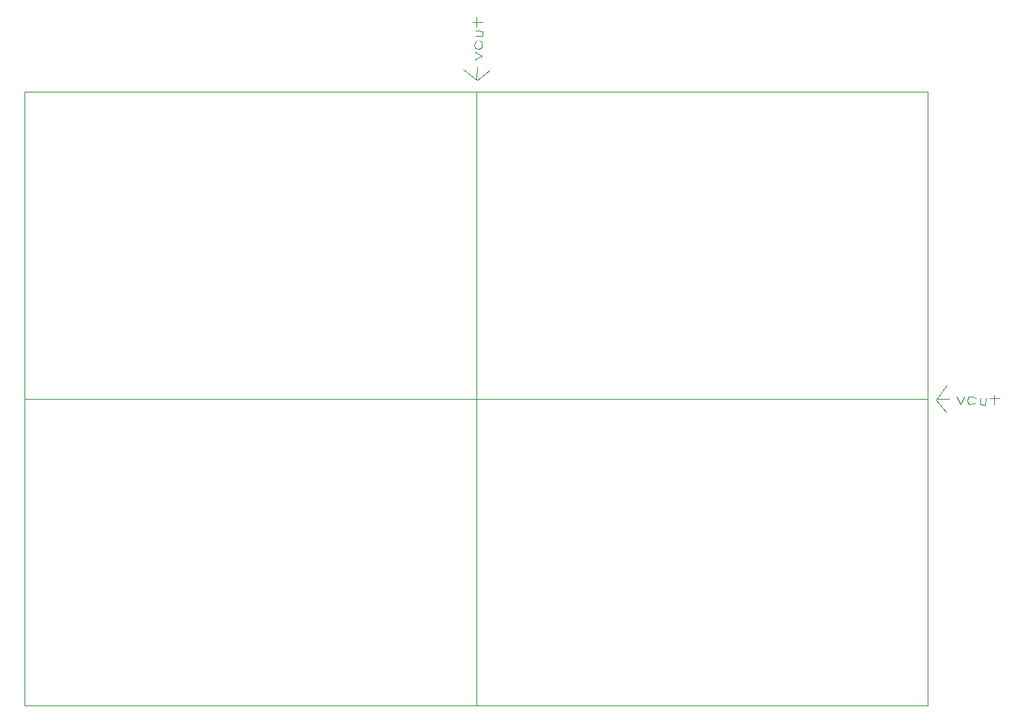
<source format=gm1>
G04 #@! TF.GenerationSoftware,KiCad,Pcbnew,(5.1.10-1-10_14)*
G04 #@! TF.CreationDate,2021-09-04T17:53:57+09:00*
G04 #@! TF.ProjectId,ft2232_jtag_tap,66743232-3332-45f6-9a74-61675f746170,rev?*
G04 #@! TF.SameCoordinates,Original*
G04 #@! TF.FileFunction,Profile,NP*
%FSLAX46Y46*%
G04 Gerber Fmt 4.6, Leading zero omitted, Abs format (unit mm)*
G04 Created by KiCad (PCBNEW (5.1.10-1-10_14)) date 2021-09-04 17:53:57*
%MOMM*%
%LPD*%
G01*
G04 APERTURE LIST*
G04 #@! TA.AperFunction,Profile*
%ADD10C,0.050000*%
G04 #@! TD*
G04 APERTURE END LIST*
D10*
X100290000Y-95230000D02*
X100640000Y-95050000D01*
X100020000Y-92780000D02*
X100020000Y-91720000D01*
X100040000Y-98630000D02*
X100090000Y-97300000D01*
X99840000Y-96440000D02*
X100640000Y-96010000D01*
X99940000Y-93780000D02*
X100660000Y-93820000D01*
X100130000Y-98710000D02*
X101470000Y-97670000D01*
X99640000Y-92310000D02*
X100680000Y-92290000D01*
X100740000Y-93350000D02*
X99980000Y-93210000D01*
X100660000Y-93820000D02*
X100740000Y-93350000D01*
X100640000Y-96010000D02*
X99820000Y-95580000D01*
X100640000Y-95050000D02*
X100580000Y-94500000D01*
X99840000Y-95190000D02*
X100290000Y-95230000D01*
X100580000Y-94500000D02*
X100370000Y-94290000D01*
X99780000Y-94720000D02*
X99840000Y-95190000D01*
X100000000Y-94320000D02*
X99780000Y-94720000D01*
X100110000Y-98750000D02*
X98550000Y-97560000D01*
X157330000Y-133610000D02*
X157350000Y-134650000D01*
X156860000Y-133990000D02*
X157920000Y-133990000D01*
X156290000Y-134710000D02*
X156430000Y-133950000D01*
X155820000Y-134630000D02*
X156290000Y-134710000D01*
X155860000Y-133910000D02*
X155820000Y-134630000D01*
X155140000Y-134550000D02*
X155350000Y-134340000D01*
X154590000Y-134610000D02*
X155140000Y-134550000D01*
X154410000Y-134260000D02*
X154590000Y-134610000D01*
X154450000Y-133810000D02*
X154410000Y-134260000D01*
X154920000Y-133750000D02*
X154450000Y-133810000D01*
X155320000Y-133970000D02*
X154920000Y-133750000D01*
X153630000Y-134610000D02*
X154060000Y-133790000D01*
X153200000Y-133810000D02*
X153630000Y-134610000D01*
X151010000Y-134010000D02*
X152340000Y-134060000D01*
X150930000Y-134100000D02*
X151970000Y-135440000D01*
X150890000Y-134080000D02*
X152080000Y-132520000D01*
X100000000Y-100000000D02*
X150000000Y-100000000D01*
X150000000Y-168000000D02*
X150000000Y-134000000D01*
X150000000Y-134000000D02*
X150000000Y-100000000D01*
X100000000Y-134000000D02*
X100000000Y-168000000D01*
X50000000Y-134000000D02*
X50000000Y-168000000D01*
X150000000Y-168000000D02*
X100000000Y-168000000D01*
X100000000Y-168000000D02*
X50000000Y-168000000D01*
X150000000Y-134000000D02*
X100000000Y-134000000D01*
X100000000Y-134000000D02*
X50000000Y-134000000D01*
X50000000Y-100000000D02*
X50000000Y-134000000D01*
X100000000Y-134000000D02*
X100000000Y-100000000D01*
X50000000Y-100000000D02*
X100000000Y-100000000D01*
M02*

</source>
